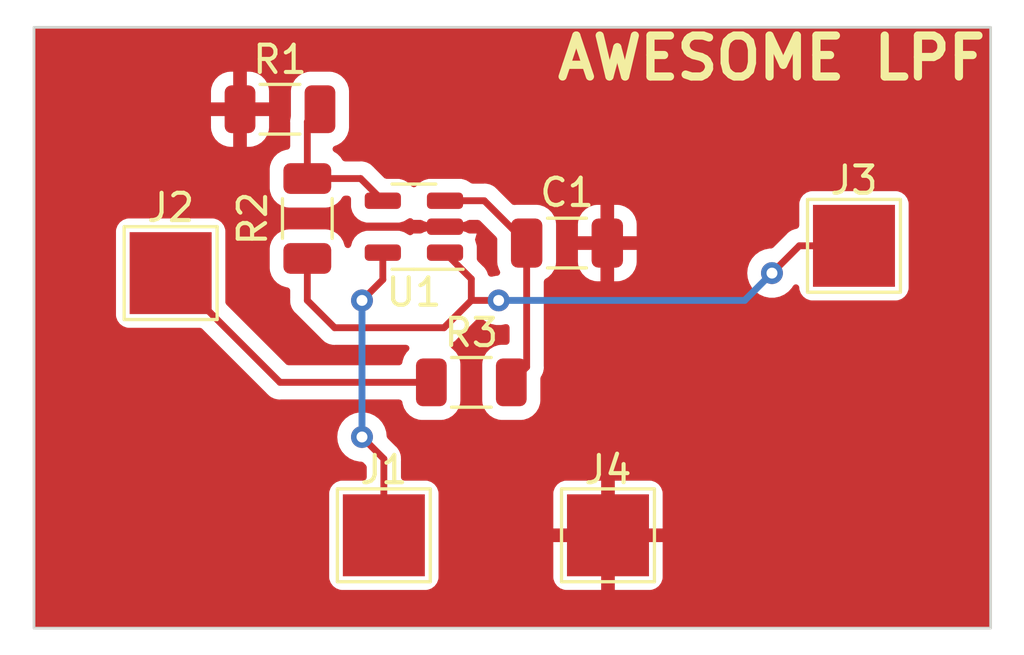
<source format=kicad_pcb>
(kicad_pcb (version 20221018) (generator pcbnew)
  (title_block (title "Awesome LPF") (date "2023-04-28") (rev "1") (company "KiCad"))
  (layers (0 "F.Cu" signal) (31 "B.Cu" signal) (34 "B.Paste" user) (35 "F.Paste" user) (36 "B.SilkS" user "B.Silkscreen") (37 "F.SilkS" user "F.Silkscreen") (38 "B.Mask" user) (39 "F.Mask" user) (44 "Edge.Cuts" user))
  (net 0 "")
  (net 1 "GND")
  (net 2 "Net-(U1-+)")
  (net 3 "Net-(U1--)")
  (net 4 "/VCC")
  (net 5 "/IN")
  (net 6 "/OUT")
  (footprint "TestPoint:TestPoint_Pad_3.0x3.0mm" (layer "F.Cu") (at 200.8 156.6)
    (fp_text reference "J1" (at 0 -2.398) (layer "F.SilkS"))
    (fp_text value "Conn_01x01_Pin")
    (fp_line (start -1.7 -1.7) (end 1.7 -1.7) (stroke (width 0.12)) (layer "F.SilkS"))
    (fp_line (start -1.7 1.7) (end -1.7 -1.7) (stroke (width 0.12)) (layer "F.SilkS"))
    (fp_line (start 1.7 -1.7) (end 1.7 1.7) (stroke (width 0.12)) (layer "F.SilkS"))
    (fp_line (start 1.7 1.7) (end -1.7 1.7) (stroke (width 0.12)) (layer "F.SilkS"))
    (pad "1" smd rect (at 0 0) (size 3 3) (layers "F.Cu" "F.Mask") (net 4 "/VCC"))
  )
  (footprint "Package_TO_SOT_SMD:SOT-23-5" (layer "F.Cu") (at 201.9 145.3 180)
    (fp_text reference "U1" (at 0 -2.4) (layer "F.SilkS"))
    (fp_text value "TLV2371DBV")
    (fp_line (start 0 -1.56) (end -1.8 -1.56) (stroke (width 0.12)) (layer "F.SilkS"))
    (fp_line (start 0 -1.56) (end 0.8 -1.56) (stroke (width 0.12)) (layer "F.SilkS"))
    (fp_line (start 0 1.56) (end -0.8 1.56) (stroke (width 0.12)) (layer "F.SilkS"))
    (fp_line (start 0 1.56) (end 0.8 1.56) (stroke (width 0.12)) (layer "F.SilkS"))
    (pad "1" smd roundrect (at -1.1375 -0.95 180) (size 1.325 0.6) (layers "F.Cu" "F.Paste" "F.Mask") (net 6 "/OUT"))
    (pad "2" smd roundrect (at -1.1375 0 180) (size 1.325 0.6) (layers "F.Cu" "F.Paste" "F.Mask") (net 1 "GND"))
    (pad "3" smd roundrect (at -1.1375 0.95 180) (size 1.325 0.6) (layers "F.Cu" "F.Paste" "F.Mask") (net 2 "Net-(U1-+)"))
    (pad "4" smd roundrect (at 1.1375 0.95 180) (size 1.325 0.6) (layers "F.Cu" "F.Paste" "F.Mask") (net 3 "Net-(U1--)"))
    (pad "5" smd roundrect (at 1.1375 -0.95 180) (size 1.325 0.6) (layers "F.Cu" "F.Paste" "F.Mask") (net 4 "/VCC"))
  )
  (footprint "TestPoint:TestPoint_Pad_3.0x3.0mm" (layer "F.Cu") (at 218 146)
    (fp_text reference "J3" (at 0 -2.398) (layer "F.SilkS"))
    (fp_text value "Conn_01x01_Pin")
    (fp_line (start -1.7 -1.7) (end 1.7 -1.7) (stroke (width 0.12)) (layer "F.SilkS"))
    (fp_line (start -1.7 1.7) (end -1.7 -1.7) (stroke (width 0.12)) (layer "F.SilkS"))
    (fp_line (start 1.7 -1.7) (end 1.7 1.7) (stroke (width 0.12)) (layer "F.SilkS"))
    (fp_line (start 1.7 1.7) (end -1.7 1.7) (stroke (width 0.12)) (layer "F.SilkS"))
    (pad "1" smd rect (at 0 0) (size 3 3) (layers "F.Cu" "F.Mask") (net 6 "/OUT"))
  )
  (footprint "Resistor_SMD:R_1206_3216Metric" (layer "F.Cu") (at 198 145 -90)
    (fp_text reference "R2" (at 0 2 90) (layer "F.SilkS"))
    (fp_text value "10k")
    (fp_line (start -0.727064 -0.91) (end 0.727064 -0.91) (stroke (width 0.12)) (layer "F.SilkS"))
    (fp_line (start -0.727064 0.91) (end 0.727064 0.91) (stroke (width 0.12)) (layer "F.SilkS"))
    (pad "1" smd roundrect (at -1.4625 0 270) (size 1.125 1.75) (layers "F.Cu" "F.Paste" "F.Mask") (roundrect_rratio 0.222222) (net 3 "Net-(U1--)"))
    (pad "2" smd roundrect (at 1.4625 0 270) (size 1.125 1.75) (layers "F.Cu" "F.Paste" "F.Mask") (roundrect_rratio 0.222222) (net 6 "/OUT"))
  )
  (footprint "Resistor_SMD:R_1206_3216Metric" (layer "F.Cu") (at 197 141)
    (fp_text reference "R1" (at 0 -1.82) (layer "F.SilkS"))
    (fp_text value "10k")
    (fp_line (start -0.727064 -0.91) (end 0.727064 -0.91) (stroke (width 0.12)) (layer "F.SilkS"))
    (fp_line (start -0.727064 0.91) (end 0.727064 0.91) (stroke (width 0.12)) (layer "F.SilkS"))
    (pad "1" smd roundrect (at -1.4625 0) (size 1.125 1.75) (layers "F.Cu" "F.Paste" "F.Mask") (roundrect_rratio 0.222222) (net 1 "GND"))
    (pad "2" smd roundrect (at 1.4625 0) (size 1.125 1.75) (layers "F.Cu" "F.Paste" "F.Mask") (roundrect_rratio 0.222222) (net 3 "Net-(U1--)"))
  )
  (footprint "TestPoint:TestPoint_Pad_3.0x3.0mm" (layer "F.Cu") (at 193 147)
    (fp_text reference "J2" (at 0 -2.398) (layer "F.SilkS"))
    (fp_text value "Conn_01x01_Pin")
    (fp_line (start -1.7 -1.7) (end 1.7 -1.7) (stroke (width 0.12)) (layer "F.SilkS"))
    (fp_line (start -1.7 1.7) (end -1.7 -1.7) (stroke (width 0.12)) (layer "F.SilkS"))
    (fp_line (start 1.7 -1.7) (end 1.7 1.7) (stroke (width 0.12)) (layer "F.SilkS"))
    (fp_line (start 1.7 1.7) (end -1.7 1.7) (stroke (width 0.12)) (layer "F.SilkS"))
    (pad "1" smd rect (at 0 0) (size 3 3) (layers "F.Cu" "F.Mask") (net 5 "/IN"))
  )
  (footprint "Resistor_SMD:R_1206_3216Metric" (layer "F.Cu") (at 204 151)
    (fp_text reference "R3" (at 0 -1.82) (layer "F.SilkS"))
    (fp_text value "10k")
    (fp_line (start -0.727064 -0.91) (end 0.727064 -0.91) (stroke (width 0.12)) (layer "F.SilkS"))
    (fp_line (start -0.727064 0.91) (end 0.727064 0.91) (stroke (width 0.12)) (layer "F.SilkS"))
    (pad "1" smd roundrect (at -1.4625 0) (size 1.125 1.75) (layers "F.Cu" "F.Paste" "F.Mask") (roundrect_rratio 0.222222) (net 5 "/IN"))
    (pad "2" smd roundrect (at 1.4625 0) (size 1.125 1.75) (layers "F.Cu" "F.Paste" "F.Mask") (roundrect_rratio 0.222222) (net 2 "Net-(U1-+)"))
  )
  (footprint "Capacitor_SMD:C_1206_3216Metric" (layer "F.Cu") (at 207.5 145.9)
    (fp_text reference "C1" (at 0 -1.85) (layer "F.SilkS"))
    (fp_text value "10u")
    (fp_line (start -0.711252 -0.91) (end 0.711252 -0.91) (stroke (width 0.12)) (layer "F.SilkS"))
    (fp_line (start -0.711252 0.91) (end 0.711252 0.91) (stroke (width 0.12)) (layer "F.SilkS"))
    (pad "1" smd roundrect (at -1.475 0) (size 1.15 1.8) (layers "F.Cu" "F.Paste" "F.Mask") (roundrect_rratio 0.217391) (net 2 "Net-(U1-+)"))
    (pad "2" smd roundrect (at 1.475 0) (size 1.15 1.8) (layers "F.Cu" "F.Paste" "F.Mask") (roundrect_rratio 0.217391) (net 1 "GND"))
  )
  (footprint "TestPoint:TestPoint_Pad_3.0x3.0mm" (layer "F.Cu") (at 209 156.6)
    (fp_text reference "J4" (at 0 -2.398) (layer "F.SilkS"))
    (fp_text value "Conn_01x01_Pin")
    (fp_line (start -1.7 -1.7) (end 1.7 -1.7) (stroke (width 0.12)) (layer "F.SilkS"))
    (fp_line (start -1.7 1.7) (end -1.7 -1.7) (stroke (width 0.12)) (layer "F.SilkS"))
    (fp_line (start 1.7 -1.7) (end 1.7 1.7) (stroke (width 0.12)) (layer "F.SilkS"))
    (fp_line (start 1.7 1.7) (end -1.7 1.7) (stroke (width 0.12)) (layer "F.SilkS"))
    (pad "1" smd rect (at 0 0) (size 3 3) (layers "F.Cu" "F.Mask") (net 1 "GND"))
  )
  (gr_rect (start 188 138) (end 223 160) (stroke (width 0.1)) (fill none) (layer "Edge.Cuts"))
  (gr_text "AWESOME LPF" (at 207 140) (layer "F.SilkS") (effects (font (size 1.5 1.5) (thickness 0.3) bold) (justify left bottom)))
  (segment (start 206.025 150.4375) (end 206.025 145.9) (width 0.25) (layer "F.Cu") (net 2))
  (segment (start 204.475 144.35) (end 203.0375 144.35) (width 0.25) (layer "F.Cu") (net 2))
  (segment (start 206.025 145.9) (end 204.475 144.35) (width 0.25) (layer "F.Cu") (net 2))
  (segment (start 205.4625 151) (end 206.025 150.4375) (width 0.25) (layer "F.Cu") (net 2))
  (segment (start 198 141.4625) (end 198.4625 141) (width 0.25) (layer "F.Cu") (net 3))
  (segment (start 198 143.5375) (end 198 141.4625) (width 0.25) (layer "F.Cu") (net 3))
  (segment (start 198 143.5375) (end 199.95 143.5375) (width 0.25) (layer "F.Cu") (net 3))
  (segment (start 199.95 143.5375) (end 200.7625 144.35) (width 0.25) (layer "F.Cu") (net 3))
  (segment (start 200.7625 146.25) (end 200.7625 147.2375) (width 0.25) (layer "F.Cu") (net 4))
  (segment (start 200 153) (end 200.8 153.8) (width 0.25) (layer "F.Cu") (net 4))
  (segment (start 200.8 153.8) (end 200.8 156.6) (width 0.25) (layer "F.Cu") (net 4))
  (segment (start 200.7625 147.2375) (end 200 148) (width 0.25) (layer "F.Cu") (net 4))
  (via (at 200 148) (size 0.8) (drill 0.4) (layers "F.Cu" "B.Cu") (net 4))
  (via (at 200 153) (size 0.8) (drill 0.4) (layers "F.Cu" "B.Cu") (net 4))
  (segment (start 200 148) (end 200 153) (width 0.25) (layer "B.Cu") (net 4))
  (segment (start 197 151) (end 202.5375 151) (width 0.25) (layer "F.Cu") (net 5))
  (segment (start 193 147) (end 197 151) (width 0.25) (layer "F.Cu") (net 5))
  (segment (start 203 149) (end 204 148) (width 0.25) (layer "F.Cu") (net 6))
  (segment (start 199 149) (end 203 149) (width 0.25) (layer "F.Cu") (net 6))
  (segment (start 198 148) (end 199 149) (width 0.25) (layer "F.Cu") (net 6))
  (segment (start 198 146.4625) (end 198 148) (width 0.25) (layer "F.Cu") (net 6))
  (segment (start 216 146) (end 218 146) (width 0.25) (layer "F.Cu") (net 6))
  (segment (start 204 147.2125) (end 203.0375 146.25) (width 0.25) (layer "F.Cu") (net 6))
  (segment (start 204 148) (end 205 148) (width 0.25) (layer "F.Cu") (net 6))
  (segment (start 204 148) (end 204 147.2125) (width 0.25) (layer "F.Cu") (net 6))
  (segment (start 215 147) (end 216 146) (width 0.25) (layer "F.Cu") (net 6))
  (via (at 205 148) (size 0.8) (drill 0.4) (layers "F.Cu" "B.Cu") (net 6))
  (via (at 215 147) (size 0.8) (drill 0.4) (layers "F.Cu" "B.Cu") (net 6))
  (segment (start 205 148) (end 214 148) (width 0.25) (layer "B.Cu") (net 6))
  (segment (start 214 148) (end 215 147) (width 0.25) (layer "B.Cu") (net 6))
  (zone (net 1) (net_name "GND") (layers "F&B.Cu") (connect_pads (clearance 0.5)) (min_thickness 0.25) (fill yes (thermal_gap 0.5) (thermal_bridge_width 0.5))
    (polygon (pts (xy 187 137) (xy 187 161) (xy 224 161) (xy 224 137)))
  )
)
</source>
